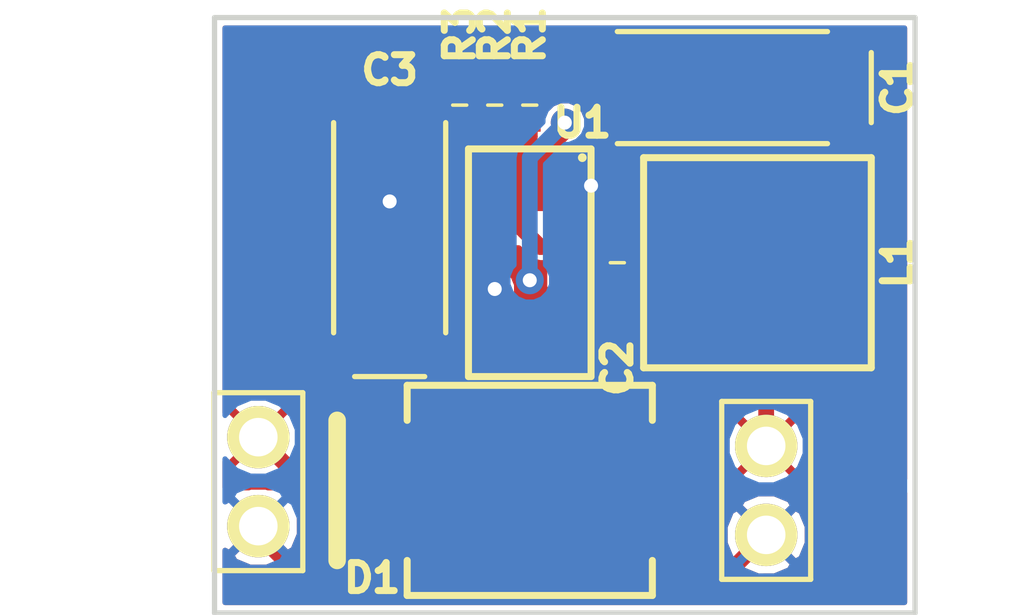
<source format=kicad_pcb>
(kicad_pcb (version 20170123) (host pcbnew no-vcs-found-ade263f~58~ubuntu16.04.1)

  (general
    (links 22)
    (no_connects 0)
    (area 155.724999 92.469047 185.275001 110.075001)
    (thickness 1.6)
    (drawings 4)
    (tracks 61)
    (zones 0)
    (modules 11)
    (nets 7)
  )

  (page A4)
  (layers
    (0 F.Cu signal)
    (31 B.Cu signal)
    (32 B.Adhes user)
    (33 F.Adhes user)
    (34 B.Paste user)
    (35 F.Paste user)
    (36 B.SilkS user)
    (37 F.SilkS user)
    (38 B.Mask user)
    (39 F.Mask user)
    (40 Dwgs.User user)
    (41 Cmts.User user)
    (42 Eco1.User user)
    (43 Eco2.User user)
    (44 Edge.Cuts user)
    (45 Margin user)
    (46 B.CrtYd user)
    (47 F.CrtYd user)
    (48 B.Fab user)
    (49 F.Fab user hide)
  )

  (setup
    (last_trace_width 0.45)
    (trace_clearance 0.15)
    (zone_clearance 0.15)
    (zone_45_only yes)
    (trace_min 0.15)
    (segment_width 0.2)
    (edge_width 0.15)
    (via_size 0.8)
    (via_drill 0.4)
    (via_min_size 0.4)
    (via_min_drill 0.3)
    (uvia_size 0.3)
    (uvia_drill 0.1)
    (uvias_allowed no)
    (uvia_min_size 0.2)
    (uvia_min_drill 0.1)
    (pcb_text_width 0.3)
    (pcb_text_size 1.5 1.5)
    (mod_edge_width 0.15)
    (mod_text_size 0.8 0.8)
    (mod_text_width 0.2)
    (pad_size 1.524 1.524)
    (pad_drill 0.762)
    (pad_to_mask_clearance 0.2)
    (aux_axis_origin 0 0)
    (visible_elements FFFFFFFF)
    (pcbplotparams
      (layerselection 0x00030_ffffffff)
      (usegerberextensions false)
      (excludeedgelayer true)
      (linewidth 0.100000)
      (plotframeref false)
      (viasonmask false)
      (mode 1)
      (useauxorigin false)
      (hpglpennumber 1)
      (hpglpenspeed 20)
      (hpglpendiameter 15)
      (psnegative false)
      (psa4output false)
      (plotreference true)
      (plotvalue true)
      (plotinvisibletext false)
      (padsonsilk false)
      (subtractmaskfromsilk false)
      (outputformat 1)
      (mirror false)
      (drillshape 1)
      (scaleselection 1)
      (outputdirectory ""))
  )

  (net 0 "")
  (net 1 GND)
  (net 2 "Net-(C2-Pad1)")
  (net 3 "Net-(C2-Pad2)")
  (net 4 "Net-(R2-Pad1)")
  (net 5 +BATT)
  (net 6 +5V)

  (net_class Default "This is the default net class."
    (clearance 0.15)
    (trace_width 0.45)
    (via_dia 0.8)
    (via_drill 0.4)
    (uvia_dia 0.3)
    (uvia_drill 0.1)
    (add_net +5V)
    (add_net +BATT)
    (add_net GND)
    (add_net "Net-(C2-Pad1)")
    (add_net "Net-(C2-Pad2)")
    (add_net "Net-(R2-Pad1)")
  )

  (module Pin_Header_2.54mm:PIN_HEADER-1x2_RA (layer F.Cu) (tedit 565EEFCB) (tstamp 5909E7D2)
    (at 177.75 106.5 270)
    (path /5905C93F)
    (fp_text reference BT1 (at 0 0 270) (layer F.Fab)
      (effects (font (size 0.8 0.8) (thickness 0.2)))
    )
    (fp_text value Battery (at 0 0 270) (layer F.SilkS) hide
      (effects (font (size 0.8 0.8) (thickness 0.2)))
    )
    (fp_line (start 0.97 -7) (end 1.27 -7.3) (layer F.Fab) (width 0.15))
    (fp_line (start 1.57 -7) (end 1.57 -1.3) (layer F.Fab) (width 0.15))
    (fp_line (start 1.27 -7.3) (end 1.57 -7) (layer F.Fab) (width 0.15))
    (fp_line (start 0.97 -1.3) (end 0.97 -7) (layer F.Fab) (width 0.15))
    (fp_line (start -1.57 -7) (end -1.27 -7.3) (layer F.Fab) (width 0.15))
    (fp_line (start -0.97 -7) (end -0.97 -1.3) (layer F.Fab) (width 0.15))
    (fp_line (start -1.27 -7.3) (end -0.97 -7) (layer F.Fab) (width 0.15))
    (fp_line (start -1.57 -1.3) (end -1.57 -7) (layer F.Fab) (width 0.15))
    (fp_line (start -2.54 -1.27) (end 2.54 -1.27) (layer F.SilkS) (width 0.15))
    (fp_line (start 2.54 -1.27) (end 2.54 1.27) (layer F.SilkS) (width 0.15))
    (fp_line (start 2.54 1.27) (end -2.54 1.27) (layer F.SilkS) (width 0.15))
    (fp_line (start -2.54 1.27) (end -2.54 -1.27) (layer F.SilkS) (width 0.15))
    (fp_line (start -2.54 -1.27) (end 2.54 -1.27) (layer F.Fab) (width 0.05))
    (fp_line (start 2.54 -1.27) (end 2.54 1.27) (layer F.Fab) (width 0.05))
    (fp_line (start 2.54 1.27) (end -2.54 1.27) (layer F.Fab) (width 0.05))
    (fp_line (start -2.54 1.27) (end -2.54 -1.27) (layer Dwgs.User) (width 0.05))
    (pad 1 thru_hole circle (at -1.27 0 270) (size 1.78 1.78) (drill 1.1) (layers *.Cu *.Mask F.SilkS)
      (net 5 +BATT))
    (pad 2 thru_hole circle (at 1.27 0 270) (size 1.78 1.78) (drill 1.1) (layers *.Cu *.Mask F.SilkS)
      (net 1 GND))
    (model Connectors/Generic/Pin_Header_2.54mm_01x02_Right_Angle.wrl
      (at (xyz 0 0 0))
      (scale (xyz 1 1 1))
      (rotate (xyz 0 0 0))
    )
  )

  (module SMD-TantalumB:C-6032 (layer F.Cu) (tedit 59064015) (tstamp 5909E7E3)
    (at 176.5 95 180)
    (path /5905C894)
    (fp_text reference C1 (at -5 0 -90) (layer F.SilkS)
      (effects (font (size 0.8 0.8) (thickness 0.2)))
    )
    (fp_text value 220uF (at 0 0 180) (layer F.Fab)
      (effects (font (size 0.8 0.8) (thickness 0.2)))
    )
    (fp_line (start -4.25 -1) (end -4.25 1) (layer F.SilkS) (width 0.15))
    (fp_line (start -3 1.6) (end 3 1.6) (layer F.SilkS) (width 0.15))
    (fp_line (start -3 -1.6) (end 3 -1.6) (layer F.SilkS) (width 0.15))
    (fp_line (start -3 -1.6) (end 3 -1.6) (layer F.Fab) (width 0.15))
    (fp_line (start 3 -1.6) (end 3 1.6) (layer F.Fab) (width 0.15))
    (fp_line (start 3 1.6) (end -3 1.6) (layer F.Fab) (width 0.15))
    (fp_line (start -3 1.6) (end -3 -1.6) (layer F.Fab) (width 0.15))
    (fp_line (start 3.9 -1.95) (end 3.9 1.95) (layer F.Fab) (width 0.15))
    (fp_line (start -3.9 -1.95) (end -3.9 1.95) (layer F.Fab) (width 0.15))
    (fp_line (start -3.9 -1.95) (end 3.9 -1.95) (layer F.Fab) (width 0.15))
    (fp_line (start -3.9 1.95) (end 3.9 1.95) (layer F.Fab) (width 0.15))
    (pad 1 smd rect (at -2.5 0 180) (size 2.3 2.25) (layers F.Cu F.Paste F.Mask)
      (net 5 +BATT))
    (pad 2 smd rect (at 2.5 0 180) (size 2.3 2.25) (layers F.Cu F.Paste F.Mask)
      (net 1 GND))
  )

  (module SMD-DiscreteB:C-0402-1005 (layer F.Cu) (tedit 59063A33) (tstamp 5909E7F6)
    (at 173.5 100 270)
    (path /5905C36B)
    (attr smd)
    (fp_text reference C2 (at 3 0 270) (layer F.SilkS)
      (effects (font (size 0.8 0.8) (thickness 0.2)))
    )
    (fp_text value 4p7F (at 0 0 270) (layer F.Fab)
      (effects (font (size 0.8 0.8) (thickness 0.2)))
    )
    (fp_line (start -0.95 -0.5) (end 0.95 -0.5) (layer F.CrtYd) (width 0.05))
    (fp_line (start 0.95 -0.5) (end 0.95 0.5) (layer F.CrtYd) (width 0.05))
    (fp_line (start 0.95 0.5) (end -0.95 0.5) (layer F.CrtYd) (width 0.05))
    (fp_line (start -0.95 0.5) (end -0.95 -0.5) (layer F.CrtYd) (width 0.05))
    (fp_line (start 0 -0.2) (end 0 0.2) (layer F.SilkS) (width 0.1))
    (fp_line (start -0.95 -0.5) (end 0.95 -0.5) (layer F.Fab) (width 0.05))
    (fp_line (start 0.95 -0.5) (end 0.95 0.5) (layer F.Fab) (width 0.05))
    (fp_line (start 0.95 0.5) (end -0.95 0.5) (layer F.Fab) (width 0.05))
    (fp_line (start -0.95 0.5) (end -0.95 -0.5) (layer F.Fab) (width 0.05))
    (fp_line (start -0.5 -0.25) (end 0.5 -0.25) (layer Dwgs.User) (width 0.05))
    (fp_line (start 0.5 -0.25) (end 0.5 0.25) (layer Dwgs.User) (width 0.05))
    (fp_line (start 0.5 0.25) (end -0.5 0.25) (layer Dwgs.User) (width 0.05))
    (fp_line (start -0.5 0.25) (end -0.5 -0.25) (layer Dwgs.User) (width 0.05))
    (pad 1 smd rect (at -0.45 0 270) (size 0.62 0.62) (layers F.Cu F.Paste F.Mask)
      (net 2 "Net-(C2-Pad1)") (solder_mask_margin 0.05))
    (pad 2 smd rect (at 0.45 0 270) (size 0.62 0.62) (layers F.Cu F.Paste F.Mask)
      (net 3 "Net-(C2-Pad2)") (solder_mask_margin 0.05))
    (model Discretes/SMD/Cap/C-0402-1005.wrl
      (at (xyz 0 0 0))
      (scale (xyz 1 1 1))
      (rotate (xyz 0 0 0))
    )
  )

  (module SMD-TantalumB:C-6032 (layer F.Cu) (tedit 59063E9B) (tstamp 5909E807)
    (at 167 99 90)
    (path /5905D5E9)
    (fp_text reference C3 (at 4.5 0 180) (layer F.SilkS)
      (effects (font (size 0.8 0.8) (thickness 0.2)))
    )
    (fp_text value 100uF (at 0 0 90) (layer F.Fab)
      (effects (font (size 0.8 0.8) (thickness 0.2)))
    )
    (fp_line (start -3.9 1.95) (end 3.9 1.95) (layer F.Fab) (width 0.15))
    (fp_line (start -3.9 -1.95) (end 3.9 -1.95) (layer F.Fab) (width 0.15))
    (fp_line (start -3.9 -1.95) (end -3.9 1.95) (layer F.Fab) (width 0.15))
    (fp_line (start 3.9 -1.95) (end 3.9 1.95) (layer F.Fab) (width 0.15))
    (fp_line (start -3 1.6) (end -3 -1.6) (layer F.Fab) (width 0.15))
    (fp_line (start 3 1.6) (end -3 1.6) (layer F.Fab) (width 0.15))
    (fp_line (start 3 -1.6) (end 3 1.6) (layer F.Fab) (width 0.15))
    (fp_line (start -3 -1.6) (end 3 -1.6) (layer F.Fab) (width 0.15))
    (fp_line (start -3 -1.6) (end 3 -1.6) (layer F.SilkS) (width 0.15))
    (fp_line (start -3 1.6) (end 3 1.6) (layer F.SilkS) (width 0.15))
    (fp_line (start -4.25 -1) (end -4.25 1) (layer F.SilkS) (width 0.15))
    (pad 2 smd rect (at 2.5 0 90) (size 2.3 2.25) (layers F.Cu F.Paste F.Mask)
      (net 1 GND))
    (pad 1 smd rect (at -2.5 0 90) (size 2.3 2.25) (layers F.Cu F.Paste F.Mask)
      (net 6 +5V))
  )

  (module SMD-DiscreteB:D-SMC (layer F.Cu) (tedit 59063E44) (tstamp 5909E81D)
    (at 171 106.5)
    (path /5905CB1B)
    (attr smd)
    (fp_text reference D1 (at -4.5 2.5 180) (layer F.SilkS)
      (effects (font (size 0.8 0.8) (thickness 0.2)))
    )
    (fp_text value 3A (at 0 0) (layer F.Fab)
      (effects (font (size 0.8 0.8) (thickness 0.2)))
    )
    (fp_line (start 3.5 -3) (end -3.5 -3) (layer Dwgs.User) (width 0.05))
    (fp_line (start 3.5 3) (end 3.5 -3) (layer Dwgs.User) (width 0.05))
    (fp_line (start -3.5 3) (end 3.5 3) (layer Dwgs.User) (width 0.05))
    (fp_line (start -3.5 -3) (end -3.5 3) (layer Dwgs.User) (width 0.05))
    (fp_line (start -2 -3) (end -2 3) (layer Dwgs.User) (width 0.05))
    (fp_line (start 3.5 -3) (end 3.5 -2) (layer F.SilkS) (width 0.2))
    (fp_line (start -3.5 -3) (end 3.5 -3) (layer F.SilkS) (width 0.2))
    (fp_line (start -3.5 -3) (end -3.5 -2) (layer F.SilkS) (width 0.2))
    (fp_line (start 3.5 3) (end 3.5 2) (layer F.SilkS) (width 0.2))
    (fp_line (start -3.5 3) (end 3.5 3) (layer F.SilkS) (width 0.2))
    (fp_line (start -3.5 2) (end -3.5 3) (layer F.SilkS) (width 0.2))
    (fp_line (start -3.5 3) (end -3.5 -3) (layer F.Fab) (width 0.05))
    (fp_line (start 3.5 3) (end -3.5 3) (layer F.Fab) (width 0.05))
    (fp_line (start 3.5 -3) (end 3.5 3) (layer F.Fab) (width 0.05))
    (fp_line (start -3.5 -3) (end 3.5 -3) (layer F.Fab) (width 0.05))
    (fp_line (start -5.5 -2) (end -5.5 2) (layer F.SilkS) (width 0.5))
    (pad 2 smd rect (at 3.45 0) (size 2.5 3.3) (layers F.Cu F.Paste F.Mask)
      (net 3 "Net-(C2-Pad2)"))
    (pad 1 smd rect (at -3.45 0) (size 2.5 3.3) (layers F.Cu F.Paste F.Mask)
      (net 6 +5V))
  )

  (module Pin_Header_2.54mm:PIN_HEADER-1x2_RA (layer F.Cu) (tedit 565EEFCB) (tstamp 5909E833)
    (at 163.25 106.25 90)
    (path /5905DC44)
    (fp_text reference J1 (at 0 0 90) (layer F.Fab)
      (effects (font (size 0.8 0.8) (thickness 0.2)))
    )
    (fp_text value 5V_OUT (at 0 0 90) (layer F.SilkS) hide
      (effects (font (size 0.8 0.8) (thickness 0.2)))
    )
    (fp_line (start -2.54 1.27) (end -2.54 -1.27) (layer Dwgs.User) (width 0.05))
    (fp_line (start 2.54 1.27) (end -2.54 1.27) (layer F.Fab) (width 0.05))
    (fp_line (start 2.54 -1.27) (end 2.54 1.27) (layer F.Fab) (width 0.05))
    (fp_line (start -2.54 -1.27) (end 2.54 -1.27) (layer F.Fab) (width 0.05))
    (fp_line (start -2.54 1.27) (end -2.54 -1.27) (layer F.SilkS) (width 0.15))
    (fp_line (start 2.54 1.27) (end -2.54 1.27) (layer F.SilkS) (width 0.15))
    (fp_line (start 2.54 -1.27) (end 2.54 1.27) (layer F.SilkS) (width 0.15))
    (fp_line (start -2.54 -1.27) (end 2.54 -1.27) (layer F.SilkS) (width 0.15))
    (fp_line (start -1.57 -1.3) (end -1.57 -7) (layer F.Fab) (width 0.15))
    (fp_line (start -1.27 -7.3) (end -0.97 -7) (layer F.Fab) (width 0.15))
    (fp_line (start -0.97 -7) (end -0.97 -1.3) (layer F.Fab) (width 0.15))
    (fp_line (start -1.57 -7) (end -1.27 -7.3) (layer F.Fab) (width 0.15))
    (fp_line (start 0.97 -1.3) (end 0.97 -7) (layer F.Fab) (width 0.15))
    (fp_line (start 1.27 -7.3) (end 1.57 -7) (layer F.Fab) (width 0.15))
    (fp_line (start 1.57 -7) (end 1.57 -1.3) (layer F.Fab) (width 0.15))
    (fp_line (start 0.97 -7) (end 1.27 -7.3) (layer F.Fab) (width 0.15))
    (pad 2 thru_hole circle (at 1.27 0 90) (size 1.78 1.78) (drill 1.1) (layers *.Cu *.Mask F.SilkS)
      (net 6 +5V))
    (pad 1 thru_hole circle (at -1.27 0 90) (size 1.78 1.78) (drill 1.1) (layers *.Cu *.Mask F.SilkS)
      (net 1 GND))
    (model Connectors/Generic/Pin_Header_2.54mm_01x02_Right_Angle.wrl
      (at (xyz 0 0 0))
      (scale (xyz 1 1 1))
      (rotate (xyz 0 0 0))
    )
  )

  (module SMD-DiscreteB:L-5mm6x5mm2 (layer F.Cu) (tedit 5906397F) (tstamp 5909E841)
    (at 177.5 100)
    (path /5905C6C1)
    (fp_text reference L1 (at 4 0 90) (layer F.SilkS)
      (effects (font (size 0.8 0.8) (thickness 0.2)))
    )
    (fp_text value 4u7H (at 0 0) (layer F.Fab)
      (effects (font (size 0.8 0.8) (thickness 0.2)))
    )
    (fp_line (start -2.8 2.6) (end -2.8 -2.6) (layer Dwgs.User) (width 0.05))
    (fp_line (start 2.8 2.6) (end -2.8 2.6) (layer Dwgs.User) (width 0.05))
    (fp_line (start 2.8 -2.6) (end 2.8 2.6) (layer Dwgs.User) (width 0.05))
    (fp_line (start -2.8 -2.6) (end 2.8 -2.6) (layer Dwgs.User) (width 0.05))
    (fp_line (start 3.25 -3) (end -3.25 -3) (layer F.SilkS) (width 0.2))
    (fp_line (start 3.25 3) (end 3.25 -3) (layer F.SilkS) (width 0.2))
    (fp_line (start -3.25 3) (end 3.25 3) (layer F.SilkS) (width 0.2))
    (fp_line (start -3.25 -3) (end -3.25 3) (layer F.SilkS) (width 0.2))
    (pad 2 smd rect (at 2.05 0) (size 1.9 2.5) (layers F.Cu F.Paste F.Mask)
      (net 5 +BATT))
    (pad 1 smd rect (at -2.05 0) (size 1.9 2.5) (layers F.Cu F.Paste F.Mask)
      (net 3 "Net-(C2-Pad2)"))
  )

  (module SMD-DiscreteB:R-0402-1005 (layer F.Cu) (tedit 59064005) (tstamp 5909E850)
    (at 171 95.5 90)
    (path /5905D841)
    (attr smd)
    (fp_text reference R1 (at 2 0 90) (layer F.SilkS)
      (effects (font (size 0.8 0.8) (thickness 0.2)))
    )
    (fp_text value 150k (at 0 0 90) (layer F.Fab)
      (effects (font (size 0.8 0.8) (thickness 0.2)))
    )
    (fp_line (start -0.5 0.25) (end -0.5 -0.25) (layer Dwgs.User) (width 0.05))
    (fp_line (start 0.5 0.25) (end -0.5 0.25) (layer Dwgs.User) (width 0.05))
    (fp_line (start 0.5 -0.25) (end 0.5 0.25) (layer Dwgs.User) (width 0.05))
    (fp_line (start -0.5 -0.25) (end 0.5 -0.25) (layer Dwgs.User) (width 0.05))
    (fp_line (start -0.95 0.5) (end -0.95 -0.5) (layer F.Fab) (width 0.05))
    (fp_line (start 0.95 0.5) (end -0.95 0.5) (layer F.Fab) (width 0.05))
    (fp_line (start 0.95 -0.5) (end 0.95 0.5) (layer F.Fab) (width 0.05))
    (fp_line (start -0.95 -0.5) (end 0.95 -0.5) (layer F.Fab) (width 0.05))
    (fp_line (start 0 -0.2) (end 0 0.2) (layer F.SilkS) (width 0.1))
    (pad 2 smd rect (at 0.45 0 90) (size 0.62 0.62) (layers F.Cu F.Paste F.Mask)
      (net 5 +BATT) (solder_mask_margin 0.05))
    (pad 1 smd rect (at -0.45 0 90) (size 0.62 0.62) (layers F.Cu F.Paste F.Mask)
      (net 2 "Net-(C2-Pad1)") (solder_mask_margin 0.05))
    (model Discretes/SMD/Resistors/r_0402_h040.wrl
      (at (xyz 0 0 0))
      (scale (xyz 1 1 1))
      (rotate (xyz 0 0 0))
    )
  )

  (module SMD-DiscreteB:R-0402-1005 (layer F.Cu) (tedit 59064003) (tstamp 5909E85F)
    (at 170 95.5 90)
    (path /5905D969)
    (attr smd)
    (fp_text reference R2 (at 2 0 90) (layer F.SilkS)
      (effects (font (size 0.8 0.8) (thickness 0.2)))
    )
    (fp_text value 300k (at 0 0 90) (layer F.Fab)
      (effects (font (size 0.8 0.8) (thickness 0.2)))
    )
    (fp_line (start 0 -0.2) (end 0 0.2) (layer F.SilkS) (width 0.1))
    (fp_line (start -0.95 -0.5) (end 0.95 -0.5) (layer F.Fab) (width 0.05))
    (fp_line (start 0.95 -0.5) (end 0.95 0.5) (layer F.Fab) (width 0.05))
    (fp_line (start 0.95 0.5) (end -0.95 0.5) (layer F.Fab) (width 0.05))
    (fp_line (start -0.95 0.5) (end -0.95 -0.5) (layer F.Fab) (width 0.05))
    (fp_line (start -0.5 -0.25) (end 0.5 -0.25) (layer Dwgs.User) (width 0.05))
    (fp_line (start 0.5 -0.25) (end 0.5 0.25) (layer Dwgs.User) (width 0.05))
    (fp_line (start 0.5 0.25) (end -0.5 0.25) (layer Dwgs.User) (width 0.05))
    (fp_line (start -0.5 0.25) (end -0.5 -0.25) (layer Dwgs.User) (width 0.05))
    (pad 1 smd rect (at -0.45 0 90) (size 0.62 0.62) (layers F.Cu F.Paste F.Mask)
      (net 4 "Net-(R2-Pad1)") (solder_mask_margin 0.05))
    (pad 2 smd rect (at 0.45 0 90) (size 0.62 0.62) (layers F.Cu F.Paste F.Mask)
      (net 6 +5V) (solder_mask_margin 0.05))
    (model Discretes/SMD/Resistors/r_0402_h040.wrl
      (at (xyz 0 0 0))
      (scale (xyz 1 1 1))
      (rotate (xyz 0 0 0))
    )
  )

  (module SMD-DiscreteB:R-0402-1005 (layer F.Cu) (tedit 59064000) (tstamp 5909E86E)
    (at 169 95.5 270)
    (path /5905CE13)
    (attr smd)
    (fp_text reference R3 (at -2 0 270) (layer F.SilkS)
      (effects (font (size 0.8 0.8) (thickness 0.2)))
    )
    (fp_text value 100k (at 0 0 270) (layer F.Fab)
      (effects (font (size 0.8 0.8) (thickness 0.2)))
    )
    (fp_line (start 0 -0.2) (end 0 0.2) (layer F.SilkS) (width 0.1))
    (fp_line (start -0.95 -0.5) (end 0.95 -0.5) (layer F.Fab) (width 0.05))
    (fp_line (start 0.95 -0.5) (end 0.95 0.5) (layer F.Fab) (width 0.05))
    (fp_line (start 0.95 0.5) (end -0.95 0.5) (layer F.Fab) (width 0.05))
    (fp_line (start -0.95 0.5) (end -0.95 -0.5) (layer F.Fab) (width 0.05))
    (fp_line (start -0.5 -0.25) (end 0.5 -0.25) (layer Dwgs.User) (width 0.05))
    (fp_line (start 0.5 -0.25) (end 0.5 0.25) (layer Dwgs.User) (width 0.05))
    (fp_line (start 0.5 0.25) (end -0.5 0.25) (layer Dwgs.User) (width 0.05))
    (fp_line (start -0.5 0.25) (end -0.5 -0.25) (layer Dwgs.User) (width 0.05))
    (pad 1 smd rect (at -0.45 0 270) (size 0.62 0.62) (layers F.Cu F.Paste F.Mask)
      (net 1 GND) (solder_mask_margin 0.05))
    (pad 2 smd rect (at 0.45 0 270) (size 0.62 0.62) (layers F.Cu F.Paste F.Mask)
      (net 4 "Net-(R2-Pad1)") (solder_mask_margin 0.05))
    (model Discretes/SMD/Resistors/r_0402_h040.wrl
      (at (xyz 0 0 0))
      (scale (xyz 1 1 1))
      (rotate (xyz 0 0 0))
    )
  )

  (module SMD-SOP:S-PDSO-G8 (layer F.Cu) (tedit 59064011) (tstamp 5909E888)
    (at 171 100 180)
    (path /5905C225)
    (fp_text reference U1 (at -1.5 4 180) (layer F.SilkS)
      (effects (font (size 0.8 0.8) (thickness 0.2)))
    )
    (fp_text value LM2623 (at 0 0 180) (layer F.Fab)
      (effects (font (size 0.8 0.8) (thickness 0.2)))
    )
    (fp_line (start -1.5 1.5) (end -1.5 -1.5) (layer Dwgs.User) (width 0.05))
    (fp_line (start 1.5 1.5) (end -1.5 1.5) (layer Dwgs.User) (width 0.05))
    (fp_line (start 1.5 -1.5) (end 1.5 1.5) (layer Dwgs.User) (width 0.05))
    (fp_line (start -1.5 -1.5) (end 1.5 -1.5) (layer Dwgs.User) (width 0.05))
    (fp_line (start -1.5 1) (end -1.5 -1.5) (layer F.Fab) (width 0.05))
    (fp_line (start -1 1.5) (end -1.5 1) (layer F.Fab) (width 0.05))
    (fp_line (start 1.5 1.5) (end -1 1.5) (layer F.Fab) (width 0.05))
    (fp_line (start 1.5 -1.5) (end 1.5 1.5) (layer F.Fab) (width 0.05))
    (fp_line (start -1.5 -1.5) (end 1.5 -1.5) (layer F.Fab) (width 0.05))
    (fp_line (start -1.75 3.25) (end 1.75 3.25) (layer F.SilkS) (width 0.2))
    (fp_line (start -1.75 -3.25) (end -1.75 3.25) (layer F.SilkS) (width 0.2))
    (fp_line (start 1.75 -3.25) (end -1.75 -3.25) (layer F.SilkS) (width 0.2))
    (fp_line (start 1.75 3.25) (end 1.75 -3.25) (layer F.SilkS) (width 0.2))
    (pad "" smd circle (at -1.5 3 180) (size 0.25 0.25) (layers F.SilkS))
    (pad 8 smd rect (at -0.975 -2.2 180) (size 0.45 1.45) (layers F.Cu F.Paste F.Mask)
      (net 3 "Net-(C2-Pad2)") (solder_mask_margin 0.05))
    (pad 7 smd rect (at -0.325 -2.2 180) (size 0.45 1.45) (layers F.Cu F.Paste F.Mask)
      (net 6 +5V) (solder_mask_margin 0.05))
    (pad 6 smd rect (at 0.325 -2.2 180) (size 0.45 1.45) (layers F.Cu F.Paste F.Mask)
      (net 6 +5V) (solder_mask_margin 0.05))
    (pad 5 smd rect (at 0.975 -2.2 180) (size 0.45 1.45) (layers F.Cu F.Paste F.Mask)
      (net 1 GND) (solder_mask_margin 0.05))
    (pad 4 smd rect (at 0.975 2.2 180) (size 0.45 1.45) (layers F.Cu F.Paste F.Mask)
      (net 4 "Net-(R2-Pad1)") (solder_mask_margin 0.05))
    (pad 3 smd rect (at 0.325 2.2 180) (size 0.45 1.45) (layers F.Cu F.Paste F.Mask)
      (net 2 "Net-(C2-Pad1)") (solder_mask_margin 0.05))
    (pad 2 smd rect (at -0.325 2.2 180) (size 0.45 1.45) (layers F.Cu F.Paste F.Mask)
      (net 6 +5V) (solder_mask_margin 0.05))
    (pad 1 smd rect (at -0.975 2.2 180) (size 0.45 1.45) (layers F.Cu F.Paste F.Mask)
      (net 1 GND) (solder_mask_margin 0.05))
  )

  (gr_line (start 162 93) (end 162 110) (angle 90) (layer Edge.Cuts) (width 0.15))
  (gr_line (start 182 93) (end 162 93) (angle 90) (layer Edge.Cuts) (width 0.15))
  (gr_line (start 182 110) (end 182 93) (angle 90) (layer Edge.Cuts) (width 0.15))
  (gr_line (start 162 110) (end 182 110) (angle 90) (layer Edge.Cuts) (width 0.15))

  (segment (start 170.025 102.2) (end 170.025 100.775) (width 0.45) (layer F.Cu) (net 1) (status 400000))
  (via (at 170 100.75) (size 0.8) (drill 0.4) (layers F.Cu B.Cu) (net 1))
  (segment (start 170.025 100.775) (end 170 100.75) (width 0.45) (layer F.Cu) (net 1) (tstamp 59064B89))
  (via (at 172.75 97.8) (size 0.8) (drill 0.4) (layers F.Cu B.Cu) (net 1))
  (segment (start 167 96.5) (end 167 98.25) (width 0.45) (layer F.Cu) (net 1) (status 400000))
  (via (at 167 98.25) (size 0.8) (drill 0.4) (layers F.Cu B.Cu) (net 1))
  (segment (start 163.25 107.52) (end 163.25 107.75) (width 0.45) (layer F.Cu) (net 1) (status C00000))
  (segment (start 163.25 107.75) (end 164.5 109) (width 0.45) (layer F.Cu) (net 1) (tstamp 59064B50) (status 400000))
  (segment (start 164.5 109) (end 176.52 109) (width 0.45) (layer F.Cu) (net 1) (tstamp 59064B51))
  (segment (start 176.52 109) (end 177.75 107.77) (width 0.45) (layer F.Cu) (net 1) (tstamp 59064B52) (status 800000))
  (segment (start 171.975 97.8) (end 172.75 97.8) (width 0.45) (layer F.Cu) (net 1) (status 400000))
  (segment (start 172.75 97.8) (end 173.45 97.8) (width 0.45) (layer F.Cu) (net 1) (tstamp 59064B81))
  (segment (start 174 97.25) (end 174 95) (width 0.45) (layer F.Cu) (net 1) (tstamp 59064B46) (status 800000))
  (segment (start 173.45 97.8) (end 174 97.25) (width 0.45) (layer F.Cu) (net 1) (tstamp 59064B45))
  (segment (start 169 95.05) (end 168.45 95.05) (width 0.45) (layer F.Cu) (net 1) (status 400000))
  (segment (start 168.45 95.05) (end 167 96.5) (width 0.45) (layer F.Cu) (net 1) (tstamp 59064B42) (status 800000))
  (segment (start 170.675 97.8) (end 170.675 96.72647) (width 0.45) (layer F.Cu) (net 2) (status 400000))
  (segment (start 171 96.40147) (end 171 95.95) (width 0.45) (layer F.Cu) (net 2) (tstamp 59064B78) (status 800000))
  (segment (start 170.675 96.72647) (end 171 96.40147) (width 0.45) (layer F.Cu) (net 2) (tstamp 59064B77))
  (segment (start 170.675 97.8) (end 170.675 98.925) (width 0.45) (layer F.Cu) (net 2) (status 400000))
  (segment (start 171.3 99.55) (end 173.5 99.55) (width 0.45) (layer F.Cu) (net 2) (tstamp 59064B59) (status 800000))
  (segment (start 170.675 98.925) (end 171.3 99.55) (width 0.45) (layer F.Cu) (net 2) (tstamp 59064B58))
  (segment (start 171.975 102.2) (end 171.975 101.025) (width 0.45) (layer F.Cu) (net 3) (status 400000))
  (segment (start 172.55 100.45) (end 173.5 100.45) (width 0.45) (layer F.Cu) (net 3) (tstamp 59064B60) (status 800000))
  (segment (start 171.975 101.025) (end 172.55 100.45) (width 0.45) (layer F.Cu) (net 3) (tstamp 59064B5F))
  (segment (start 173.5 100.45) (end 175 100.45) (width 0.45) (layer F.Cu) (net 3) (status C00000))
  (segment (start 175 100.45) (end 175.45 100) (width 0.45) (layer F.Cu) (net 3) (tstamp 59064B5C) (status C00000))
  (segment (start 171.975 102.2) (end 171.975 103.475) (width 0.45) (layer F.Cu) (net 3))
  (segment (start 171.975 103.475) (end 174.45 105.95) (width 0.45) (layer F.Cu) (net 3) (tstamp 590BCB09))
  (segment (start 174.45 105.95) (end 174.45 106.5) (width 0.45) (layer F.Cu) (net 3) (tstamp 590BCB0A))
  (segment (start 170.025 97.8) (end 170.025 95.975) (width 0.45) (layer F.Cu) (net 4) (status C00000))
  (segment (start 170.025 95.975) (end 170 95.95) (width 0.45) (layer F.Cu) (net 4) (tstamp 59064B69) (status C00000))
  (segment (start 169 95.95) (end 170 95.95) (width 0.45) (layer F.Cu) (net 4) (status C00000))
  (segment (start 177.75 105.23) (end 177.75 102) (width 0.45) (layer F.Cu) (net 5) (status 400000))
  (segment (start 177.75 102) (end 179.55 100.2) (width 0.45) (layer F.Cu) (net 5) (tstamp 59064B4C) (status 800000))
  (segment (start 179.55 100.2) (end 179.55 100) (width 0.45) (layer F.Cu) (net 5) (tstamp 59064B4D) (status C00000))
  (segment (start 179.55 100) (end 179.55 95.55) (width 0.45) (layer F.Cu) (net 5) (status C00000))
  (segment (start 179.55 95.55) (end 179 95) (width 0.45) (layer F.Cu) (net 5) (tstamp 59064B49) (status C00000))
  (segment (start 171.325 97.8) (end 171.325 96.925) (width 0.45) (layer F.Cu) (net 6) (status 400000))
  (segment (start 171.325 100.825) (end 171.325 102.2) (width 0.45) (layer F.Cu) (net 6) (tstamp 59064BAC) (status 800000))
  (segment (start 171 100.5) (end 171.325 100.825) (width 0.45) (layer F.Cu) (net 6) (tstamp 59064BAB))
  (via (at 171 100.5) (size 0.8) (drill 0.4) (layers F.Cu B.Cu) (net 6))
  (segment (start 171 97) (end 171 100.5) (width 0.45) (layer B.Cu) (net 6) (tstamp 59064BA9))
  (segment (start 172 96) (end 171 97) (width 0.45) (layer B.Cu) (net 6) (tstamp 59064BA8))
  (via (at 172 96) (size 0.8) (drill 0.4) (layers F.Cu B.Cu) (net 6))
  (segment (start 172 96.25) (end 172 96) (width 0.45) (layer F.Cu) (net 6) (tstamp 59064BA6))
  (segment (start 171.325 96.925) (end 172 96.25) (width 0.45) (layer F.Cu) (net 6) (tstamp 59064BA5))
  (segment (start 167 101.5) (end 165 99.5) (width 0.45) (layer F.Cu) (net 6) (status 400000))
  (segment (start 170 94.5) (end 170 95.05) (width 0.45) (layer F.Cu) (net 6) (tstamp 59064B98) (status 800000))
  (segment (start 169.5 94) (end 170 94.5) (width 0.45) (layer F.Cu) (net 6) (tstamp 59064B97))
  (segment (start 166 94) (end 169.5 94) (width 0.45) (layer F.Cu) (net 6) (tstamp 59064B96))
  (segment (start 165 95) (end 166 94) (width 0.45) (layer F.Cu) (net 6) (tstamp 59064B95))
  (segment (start 165 99.5) (end 165 95) (width 0.45) (layer F.Cu) (net 6) (tstamp 59064B91))
  (segment (start 167.55 106.5) (end 164.77 106.5) (width 0.45) (layer F.Cu) (net 6) (status 400000))
  (segment (start 164.77 106.5) (end 163.25 104.98) (width 0.45) (layer F.Cu) (net 6) (tstamp 59064B55) (status 800000))
  (segment (start 171.325 102.2) (end 170.675 102.2) (width 0.45) (layer F.Cu) (net 6))
  (segment (start 167.55 106.5) (end 167.55 102.05) (width 0.45) (layer F.Cu) (net 6))
  (segment (start 167.55 102.05) (end 167 101.5) (width 0.45) (layer F.Cu) (net 6) (tstamp 590BCB12))
  (segment (start 170.675 102.2) (end 170.675 103.325) (width 0.45) (layer F.Cu) (net 6))
  (segment (start 170.675 103.325) (end 167.55 106.45) (width 0.45) (layer F.Cu) (net 6) (tstamp 590BCB0E))
  (segment (start 167.55 106.45) (end 167.55 106.5) (width 0.45) (layer F.Cu) (net 6) (tstamp 590BCB0F))

  (zone (net 1) (net_name GND) (layer B.Cu) (tstamp 59064B8E) (hatch edge 0.508)
    (connect_pads (clearance 0.15))
    (min_thickness 0.15)
    (fill yes (arc_segments 16) (thermal_gap 0.21) (thermal_bridge_width 0.25))
    (polygon
      (pts
        (xy 162 93) (xy 182 93) (xy 182 110) (xy 162 110)
      )
    )
    (filled_polygon
      (pts
        (xy 181.7 109.7) (xy 162.3 109.7) (xy 162.3 108.351317) (xy 162.489394 108.351317) (xy 162.586886 108.517764)
        (xy 163.01919 108.695576) (xy 163.486633 108.694418) (xy 163.711398 108.601317) (xy 176.989394 108.601317) (xy 177.086886 108.767764)
        (xy 177.51919 108.945576) (xy 177.986633 108.944418) (xy 178.413114 108.767764) (xy 178.510606 108.601317) (xy 177.75 107.840711)
        (xy 176.989394 108.601317) (xy 163.711398 108.601317) (xy 163.913114 108.517764) (xy 164.010606 108.351317) (xy 163.25 107.590711)
        (xy 162.489394 108.351317) (xy 162.3 108.351317) (xy 162.3 108.211091) (xy 162.418683 108.280606) (xy 163.179289 107.52)
        (xy 163.320711 107.52) (xy 164.081317 108.280606) (xy 164.247764 108.183114) (xy 164.425576 107.75081) (xy 164.425052 107.53919)
        (xy 176.574424 107.53919) (xy 176.575582 108.006633) (xy 176.752236 108.433114) (xy 176.918683 108.530606) (xy 177.679289 107.77)
        (xy 177.820711 107.77) (xy 178.581317 108.530606) (xy 178.747764 108.433114) (xy 178.925576 108.00081) (xy 178.924418 107.533367)
        (xy 178.747764 107.106886) (xy 178.581317 107.009394) (xy 177.820711 107.77) (xy 177.679289 107.77) (xy 176.918683 107.009394)
        (xy 176.752236 107.106886) (xy 176.574424 107.53919) (xy 164.425052 107.53919) (xy 164.424418 107.283367) (xy 164.281646 106.938683)
        (xy 176.989394 106.938683) (xy 177.75 107.699289) (xy 178.510606 106.938683) (xy 178.413114 106.772236) (xy 177.98081 106.594424)
        (xy 177.513367 106.595582) (xy 177.086886 106.772236) (xy 176.989394 106.938683) (xy 164.281646 106.938683) (xy 164.247764 106.856886)
        (xy 164.081317 106.759394) (xy 163.320711 107.52) (xy 163.179289 107.52) (xy 162.418683 106.759394) (xy 162.3 106.828909)
        (xy 162.3 106.688683) (xy 162.489394 106.688683) (xy 163.25 107.449289) (xy 164.010606 106.688683) (xy 163.913114 106.522236)
        (xy 163.48081 106.344424) (xy 163.013367 106.345582) (xy 162.586886 106.522236) (xy 162.489394 106.688683) (xy 162.3 106.688683)
        (xy 162.3 105.600612) (xy 162.304198 105.610772) (xy 162.617579 105.9247) (xy 163.02724 106.094806) (xy 163.470814 106.095193)
        (xy 163.880772 105.925802) (xy 164.1947 105.612421) (xy 164.261805 105.450814) (xy 176.634807 105.450814) (xy 176.804198 105.860772)
        (xy 177.117579 106.1747) (xy 177.52724 106.344806) (xy 177.970814 106.345193) (xy 178.380772 106.175802) (xy 178.6947 105.862421)
        (xy 178.864806 105.45276) (xy 178.865193 105.009186) (xy 178.695802 104.599228) (xy 178.382421 104.2853) (xy 177.97276 104.115194)
        (xy 177.529186 104.114807) (xy 177.119228 104.284198) (xy 176.8053 104.597579) (xy 176.635194 105.00724) (xy 176.634807 105.450814)
        (xy 164.261805 105.450814) (xy 164.364806 105.20276) (xy 164.365193 104.759186) (xy 164.195802 104.349228) (xy 163.882421 104.0353)
        (xy 163.47276 103.865194) (xy 163.029186 103.864807) (xy 162.619228 104.034198) (xy 162.3053 104.347579) (xy 162.3 104.360343)
        (xy 162.3 100.623775) (xy 170.374892 100.623775) (xy 170.469842 100.853571) (xy 170.645504 101.02954) (xy 170.875134 101.124891)
        (xy 171.123775 101.125108) (xy 171.353571 101.030158) (xy 171.52954 100.854496) (xy 171.624891 100.624866) (xy 171.625108 100.376225)
        (xy 171.530158 100.146429) (xy 171.45 100.066131) (xy 171.45 97.186396) (xy 172.011386 96.62501) (xy 172.123775 96.625108)
        (xy 172.353571 96.530158) (xy 172.52954 96.354496) (xy 172.624891 96.124866) (xy 172.625108 95.876225) (xy 172.530158 95.646429)
        (xy 172.354496 95.47046) (xy 172.124866 95.375109) (xy 171.876225 95.374892) (xy 171.646429 95.469842) (xy 171.47046 95.645504)
        (xy 171.375109 95.875134) (xy 171.37501 95.988594) (xy 170.681802 96.681802) (xy 170.584254 96.827792) (xy 170.55 97)
        (xy 170.55 100.066103) (xy 170.47046 100.145504) (xy 170.375109 100.375134) (xy 170.374892 100.623775) (xy 162.3 100.623775)
        (xy 162.3 93.3) (xy 181.7 93.3)
      )
    )
  )
  (zone (net 6) (net_name +5V) (layer F.Cu) (tstamp 59064BB3) (hatch edge 0.508)
    (connect_pads (clearance 0.15))
    (min_thickness 0.15)
    (fill yes (arc_segments 16) (thermal_gap 0.21) (thermal_bridge_width 0.25))
    (polygon
      (pts
        (xy 166 108.5) (xy 171.5 108.5) (xy 171.5 99.5) (xy 170.5 99.5) (xy 170.5 93)
        (xy 162 93) (xy 162 106.5) (xy 164 106.5)
      )
    )
    (filled_polygon
      (pts
        (xy 170.425 94.479153) (xy 170.36669 94.455) (xy 170.12125 94.455) (xy 170.05 94.52625) (xy 170.05 95)
        (xy 170.07 95) (xy 170.07 95.1) (xy 170.05 95.1) (xy 170.05 95.12) (xy 169.95 95.12)
        (xy 169.95 95.1) (xy 169.93 95.1) (xy 169.93 95) (xy 169.95 95) (xy 169.95 94.52625)
        (xy 169.87875 94.455) (xy 169.63331 94.455) (xy 169.52856 94.498389) (xy 169.458398 94.568551) (xy 169.397791 94.528055)
        (xy 169.31 94.510592) (xy 168.69 94.510592) (xy 168.602209 94.528055) (xy 168.527784 94.577784) (xy 168.51294 94.6)
        (xy 168.45 94.6) (xy 168.277792 94.634254) (xy 168.250921 94.652209) (xy 168.131802 94.731802) (xy 167.743012 95.120592)
        (xy 165.875 95.120592) (xy 165.787209 95.138055) (xy 165.712784 95.187784) (xy 165.663055 95.262209) (xy 165.645592 95.35)
        (xy 165.645592 97.65) (xy 165.663055 97.737791) (xy 165.712784 97.812216) (xy 165.787209 97.861945) (xy 165.875 97.879408)
        (xy 166.486584 97.879408) (xy 166.47046 97.895504) (xy 166.375109 98.125134) (xy 166.374892 98.373775) (xy 166.469842 98.603571)
        (xy 166.645504 98.77954) (xy 166.875134 98.874891) (xy 167.123775 98.875108) (xy 167.353571 98.780158) (xy 167.52954 98.604496)
        (xy 167.624891 98.374866) (xy 167.625108 98.126225) (xy 167.530158 97.896429) (xy 167.513167 97.879408) (xy 168.125 97.879408)
        (xy 168.212791 97.861945) (xy 168.287216 97.812216) (xy 168.336945 97.737791) (xy 168.354408 97.65) (xy 168.354408 95.781988)
        (xy 168.460592 95.675804) (xy 168.460592 96.26) (xy 168.478055 96.347791) (xy 168.527784 96.422216) (xy 168.602209 96.471945)
        (xy 168.69 96.489408) (xy 169.31 96.489408) (xy 169.397791 96.471945) (xy 169.472216 96.422216) (xy 169.48706 96.4)
        (xy 169.51294 96.4) (xy 169.527784 96.422216) (xy 169.575 96.453765) (xy 169.575 97.05284) (xy 169.570592 97.075)
        (xy 169.570592 98.525) (xy 169.588055 98.612791) (xy 169.637784 98.687216) (xy 169.712209 98.736945) (xy 169.8 98.754408)
        (xy 170.225 98.754408) (xy 170.225 98.925) (xy 170.259254 99.097208) (xy 170.349187 99.231802) (xy 170.356802 99.243198)
        (xy 170.425 99.311396) (xy 170.425 99.5) (xy 170.430709 99.528701) (xy 170.446967 99.553033) (xy 170.471299 99.569291)
        (xy 170.5 99.575) (xy 170.688604 99.575) (xy 170.981802 99.868198) (xy 171.127792 99.965746) (xy 171.3 100)
        (xy 171.425 100) (xy 171.425 101.21125) (xy 171.375 101.26125) (xy 171.375 102.15) (xy 171.395 102.15)
        (xy 171.395 102.25) (xy 171.375 102.25) (xy 171.375 103.13875) (xy 171.425 103.18875) (xy 171.425 108.425)
        (xy 168.880832 108.425) (xy 168.96144 108.391611) (xy 169.041611 108.31144) (xy 169.085 108.20669) (xy 169.085 106.62125)
        (xy 169.01375 106.55) (xy 167.6 106.55) (xy 167.6 106.57) (xy 167.5 106.57) (xy 167.5 106.55)
        (xy 166.08625 106.55) (xy 166.015 106.62125) (xy 166.015 108.20669) (xy 166.058389 108.31144) (xy 166.13856 108.391611)
        (xy 166.219168 108.425) (xy 166.031066 108.425) (xy 164.053033 106.446967) (xy 164.028701 106.430709) (xy 164 106.425)
        (xy 163.520458 106.425) (xy 163.47276 106.405194) (xy 163.029186 106.404807) (xy 162.980315 106.425) (xy 162.3 106.425)
        (xy 162.3 105.811317) (xy 162.489394 105.811317) (xy 162.586886 105.977764) (xy 163.01919 106.155576) (xy 163.486633 106.154418)
        (xy 163.913114 105.977764) (xy 164.010606 105.811317) (xy 163.25 105.050711) (xy 162.489394 105.811317) (xy 162.3 105.811317)
        (xy 162.3 105.671091) (xy 162.418683 105.740606) (xy 163.179289 104.98) (xy 163.320711 104.98) (xy 164.081317 105.740606)
        (xy 164.247764 105.643114) (xy 164.425576 105.21081) (xy 164.424542 104.79331) (xy 166.015 104.79331) (xy 166.015 106.37875)
        (xy 166.08625 106.45) (xy 167.5 106.45) (xy 167.5 104.63625) (xy 167.6 104.63625) (xy 167.6 106.45)
        (xy 169.01375 106.45) (xy 169.085 106.37875) (xy 169.085 104.79331) (xy 169.041611 104.68856) (xy 168.96144 104.608389)
        (xy 168.85669 104.565) (xy 167.67125 104.565) (xy 167.6 104.63625) (xy 167.5 104.63625) (xy 167.42875 104.565)
        (xy 166.24331 104.565) (xy 166.13856 104.608389) (xy 166.058389 104.68856) (xy 166.015 104.79331) (xy 164.424542 104.79331)
        (xy 164.424418 104.743367) (xy 164.247764 104.316886) (xy 164.081317 104.219394) (xy 163.320711 104.98) (xy 163.179289 104.98)
        (xy 162.418683 104.219394) (xy 162.3 104.288909) (xy 162.3 104.148683) (xy 162.489394 104.148683) (xy 163.25 104.909289)
        (xy 164.010606 104.148683) (xy 163.913114 103.982236) (xy 163.48081 103.804424) (xy 163.013367 103.805582) (xy 162.586886 103.982236)
        (xy 162.489394 104.148683) (xy 162.3 104.148683) (xy 162.3 101.62125) (xy 165.59 101.62125) (xy 165.59 102.70669)
        (xy 165.633389 102.81144) (xy 165.71356 102.891611) (xy 165.81831 102.935) (xy 166.87875 102.935) (xy 166.95 102.86375)
        (xy 166.95 101.55) (xy 167.05 101.55) (xy 167.05 102.86375) (xy 167.12125 102.935) (xy 168.18169 102.935)
        (xy 168.28644 102.891611) (xy 168.366611 102.81144) (xy 168.41 102.70669) (xy 168.41 101.62125) (xy 168.33875 101.55)
        (xy 167.05 101.55) (xy 166.95 101.55) (xy 165.66125 101.55) (xy 165.59 101.62125) (xy 162.3 101.62125)
        (xy 162.3 100.29331) (xy 165.59 100.29331) (xy 165.59 101.37875) (xy 165.66125 101.45) (xy 166.95 101.45)
        (xy 166.95 100.13625) (xy 167.05 100.13625) (xy 167.05 101.45) (xy 168.33875 101.45) (xy 168.41 101.37875)
        (xy 168.41 100.873775) (xy 169.374892 100.873775) (xy 169.469842 101.103571) (xy 169.575 101.208913) (xy 169.575 101.45284)
        (xy 169.570592 101.475) (xy 169.570592 102.925) (xy 169.588055 103.012791) (xy 169.637784 103.087216) (xy 169.712209 103.136945)
        (xy 169.8 103.154408) (xy 170.25 103.154408) (xy 170.271984 103.150035) (xy 170.28856 103.166611) (xy 170.39331 103.21)
        (xy 170.55375 103.21) (xy 170.625 103.13875) (xy 170.625 102.25) (xy 170.725 102.25) (xy 170.725 103.13875)
        (xy 170.79625 103.21) (xy 170.95669 103.21) (xy 171 103.19206) (xy 171.04331 103.21) (xy 171.20375 103.21)
        (xy 171.275 103.13875) (xy 171.275 102.25) (xy 170.725 102.25) (xy 170.625 102.25) (xy 170.605 102.25)
        (xy 170.605 102.15) (xy 170.625 102.15) (xy 170.625 101.26125) (xy 170.725 101.26125) (xy 170.725 102.15)
        (xy 171.275 102.15) (xy 171.275 101.26125) (xy 171.20375 101.19) (xy 171.04331 101.19) (xy 171 101.20794)
        (xy 170.95669 101.19) (xy 170.79625 101.19) (xy 170.725 101.26125) (xy 170.625 101.26125) (xy 170.55375 101.19)
        (xy 170.475 101.19) (xy 170.475 101.158941) (xy 170.52954 101.104496) (xy 170.624891 100.874866) (xy 170.625108 100.626225)
        (xy 170.530158 100.396429) (xy 170.354496 100.22046) (xy 170.124866 100.125109) (xy 169.876225 100.124892) (xy 169.646429 100.219842)
        (xy 169.47046 100.395504) (xy 169.375109 100.625134) (xy 169.374892 100.873775) (xy 168.41 100.873775) (xy 168.41 100.29331)
        (xy 168.366611 100.18856) (xy 168.28644 100.108389) (xy 168.18169 100.065) (xy 167.12125 100.065) (xy 167.05 100.13625)
        (xy 166.95 100.13625) (xy 166.87875 100.065) (xy 165.81831 100.065) (xy 165.71356 100.108389) (xy 165.633389 100.18856)
        (xy 165.59 100.29331) (xy 162.3 100.29331) (xy 162.3 93.3) (xy 170.425 93.3)
      )
    )
  )
  (zone (net 1) (net_name GND) (layer F.Cu) (tstamp 59064BB5) (hatch edge 0.508)
    (connect_pads (clearance 0.15))
    (min_thickness 0.15)
    (fill yes (arc_segments 16) (thermal_gap 0.21) (thermal_bridge_width 0.25))
    (polygon
      (pts
        (xy 182 110) (xy 162 110) (xy 162 106.75) (xy 164 106.75) (xy 166 108.75)
        (xy 175.25 108.75) (xy 176.5 107.5) (xy 176.5 106.5) (xy 182 106.5)
      )
    )
    (filled_polygon
      (pts
        (xy 181.7 109.7) (xy 162.3 109.7) (xy 162.3 108.351317) (xy 162.489394 108.351317) (xy 162.586886 108.517764)
        (xy 163.01919 108.695576) (xy 163.486633 108.694418) (xy 163.913114 108.517764) (xy 164.010606 108.351317) (xy 163.25 107.590711)
        (xy 162.489394 108.351317) (xy 162.3 108.351317) (xy 162.3 108.211091) (xy 162.418683 108.280606) (xy 163.179289 107.52)
        (xy 163.165147 107.505858) (xy 163.235858 107.435147) (xy 163.25 107.449289) (xy 163.264142 107.435147) (xy 163.334853 107.505858)
        (xy 163.320711 107.52) (xy 164.081317 108.280606) (xy 164.247764 108.183114) (xy 164.425576 107.75081) (xy 164.424418 107.283367)
        (xy 164.422379 107.278445) (xy 165.946967 108.803033) (xy 165.971299 108.819291) (xy 166 108.825) (xy 175.25 108.825)
        (xy 175.278701 108.819291) (xy 175.303033 108.803033) (xy 175.504749 108.601317) (xy 176.989394 108.601317) (xy 177.086886 108.767764)
        (xy 177.51919 108.945576) (xy 177.986633 108.944418) (xy 178.413114 108.767764) (xy 178.510606 108.601317) (xy 177.75 107.840711)
        (xy 176.989394 108.601317) (xy 175.504749 108.601317) (xy 175.733277 108.372789) (xy 175.787791 108.361945) (xy 175.862216 108.312216)
        (xy 175.911945 108.237791) (xy 175.922789 108.183277) (xy 176.553033 107.553033) (xy 176.562282 107.53919) (xy 176.574424 107.53919)
        (xy 176.575582 108.006633) (xy 176.752236 108.433114) (xy 176.918683 108.530606) (xy 177.679289 107.77) (xy 177.820711 107.77)
        (xy 178.581317 108.530606) (xy 178.747764 108.433114) (xy 178.925576 108.00081) (xy 178.924418 107.533367) (xy 178.747764 107.106886)
        (xy 178.581317 107.009394) (xy 177.820711 107.77) (xy 177.679289 107.77) (xy 176.918683 107.009394) (xy 176.752236 107.106886)
        (xy 176.574424 107.53919) (xy 176.562282 107.53919) (xy 176.569291 107.528701) (xy 176.575 107.5) (xy 176.575 106.938683)
        (xy 176.989394 106.938683) (xy 177.75 107.699289) (xy 178.510606 106.938683) (xy 178.413114 106.772236) (xy 177.98081 106.594424)
        (xy 177.513367 106.595582) (xy 177.086886 106.772236) (xy 176.989394 106.938683) (xy 176.575 106.938683) (xy 176.575 106.575)
        (xy 181.7 106.575)
      )
    )
  )
  (zone (net 3) (net_name "Net-(C2-Pad2)") (layer F.Cu) (tstamp 59064BBC) (hatch edge 0.508)
    (connect_pads (clearance 0.15))
    (min_thickness 0.15)
    (fill yes (arc_segments 16) (thermal_gap 0.21) (thermal_bridge_width 0.25))
    (polygon
      (pts
        (xy 171.75 108.5) (xy 175.25 108.5) (xy 176.25 107.5) (xy 176.25 98.75) (xy 171.75 98.75)
      )
    )
    (filled_polygon
      (pts
        (xy 174.215 99.87875) (xy 174.28625 99.95) (xy 175.4 99.95) (xy 175.4 99.93) (xy 175.5 99.93)
        (xy 175.5 99.95) (xy 175.52 99.95) (xy 175.52 100.05) (xy 175.5 100.05) (xy 175.5 101.46375)
        (xy 175.57125 101.535) (xy 176.175 101.535) (xy 176.175 107.468934) (xy 175.985 107.658934) (xy 175.985 106.62125)
        (xy 175.91375 106.55) (xy 174.5 106.55) (xy 174.5 106.57) (xy 174.4 106.57) (xy 174.4 106.55)
        (xy 172.98625 106.55) (xy 172.915 106.62125) (xy 172.915 108.20669) (xy 172.958389 108.31144) (xy 173.03856 108.391611)
        (xy 173.119168 108.425) (xy 171.825 108.425) (xy 171.825 104.79331) (xy 172.915 104.79331) (xy 172.915 106.37875)
        (xy 172.98625 106.45) (xy 174.4 106.45) (xy 174.4 104.63625) (xy 174.5 104.63625) (xy 174.5 106.45)
        (xy 175.91375 106.45) (xy 175.985 106.37875) (xy 175.985 104.79331) (xy 175.941611 104.68856) (xy 175.86144 104.608389)
        (xy 175.75669 104.565) (xy 174.57125 104.565) (xy 174.5 104.63625) (xy 174.4 104.63625) (xy 174.32875 104.565)
        (xy 173.14331 104.565) (xy 173.03856 104.608389) (xy 172.958389 104.68856) (xy 172.915 104.79331) (xy 171.825 104.79331)
        (xy 171.825 103.21) (xy 171.85375 103.21) (xy 171.925 103.13875) (xy 171.925 102.25) (xy 172.025 102.25)
        (xy 172.025 103.13875) (xy 172.09625 103.21) (xy 172.25669 103.21) (xy 172.36144 103.166611) (xy 172.441611 103.08644)
        (xy 172.485 102.98169) (xy 172.485 102.32125) (xy 172.41375 102.25) (xy 172.025 102.25) (xy 171.925 102.25)
        (xy 171.905 102.25) (xy 171.905 102.15) (xy 171.925 102.15) (xy 171.925 101.26125) (xy 172.025 101.26125)
        (xy 172.025 102.15) (xy 172.41375 102.15) (xy 172.485 102.07875) (xy 172.485 101.41831) (xy 172.441611 101.31356)
        (xy 172.36144 101.233389) (xy 172.25669 101.19) (xy 172.09625 101.19) (xy 172.025 101.26125) (xy 171.925 101.26125)
        (xy 171.85375 101.19) (xy 171.825 101.19) (xy 171.825 100.57125) (xy 172.905 100.57125) (xy 172.905 100.81669)
        (xy 172.948389 100.92144) (xy 173.02856 101.001611) (xy 173.13331 101.045) (xy 173.37875 101.045) (xy 173.45 100.97375)
        (xy 173.45 100.5) (xy 173.55 100.5) (xy 173.55 100.97375) (xy 173.62125 101.045) (xy 173.86669 101.045)
        (xy 173.97144 101.001611) (xy 174.051611 100.92144) (xy 174.095 100.81669) (xy 174.095 100.57125) (xy 174.02375 100.5)
        (xy 173.55 100.5) (xy 173.45 100.5) (xy 172.97625 100.5) (xy 172.905 100.57125) (xy 171.825 100.57125)
        (xy 171.825 100) (xy 172.939508 100) (xy 172.905 100.08331) (xy 172.905 100.32875) (xy 172.97625 100.4)
        (xy 173.45 100.4) (xy 173.45 100.38) (xy 173.55 100.38) (xy 173.55 100.4) (xy 174.02375 100.4)
        (xy 174.095 100.32875) (xy 174.095 100.12125) (xy 174.215 100.12125) (xy 174.215 101.30669) (xy 174.258389 101.41144)
        (xy 174.33856 101.491611) (xy 174.44331 101.535) (xy 175.32875 101.535) (xy 175.4 101.46375) (xy 175.4 100.05)
        (xy 174.28625 100.05) (xy 174.215 100.12125) (xy 174.095 100.12125) (xy 174.095 100.08331) (xy 174.051611 99.97856)
        (xy 174.021503 99.948452) (xy 174.021945 99.947791) (xy 174.039408 99.86) (xy 174.039408 99.24) (xy 174.021945 99.152209)
        (xy 173.972216 99.077784) (xy 173.897791 99.028055) (xy 173.81 99.010592) (xy 173.19 99.010592) (xy 173.102209 99.028055)
        (xy 173.027784 99.077784) (xy 173.01294 99.1) (xy 171.825 99.1) (xy 171.825 98.825) (xy 174.215 98.825)
      )
    )
  )
  (zone (net 5) (net_name +BATT) (layer F.Cu) (tstamp 59064BCF) (hatch edge 0.508)
    (connect_pads (clearance 0.15))
    (min_thickness 0.15)
    (fill yes (arc_segments 16) (thermal_gap 0.21) (thermal_bridge_width 0.25))
    (polygon
      (pts
        (xy 176.5 106.25) (xy 182 106.25) (xy 182 93) (xy 170.75 93) (xy 170.75 98.5)
        (xy 176.5 98.5)
      )
    )
    (filled_polygon
      (pts
        (xy 181.7 106.175) (xy 178.444019 106.175) (xy 178.510606 106.061317) (xy 177.75 105.300711) (xy 176.989394 106.061317)
        (xy 177.055981 106.175) (xy 176.575 106.175) (xy 176.575 105.231701) (xy 176.575582 105.466633) (xy 176.752236 105.893114)
        (xy 176.918683 105.990606) (xy 177.679289 105.23) (xy 177.820711 105.23) (xy 178.581317 105.990606) (xy 178.747764 105.893114)
        (xy 178.925576 105.46081) (xy 178.924418 104.993367) (xy 178.747764 104.566886) (xy 178.581317 104.469394) (xy 177.820711 105.23)
        (xy 177.679289 105.23) (xy 176.918683 104.469394) (xy 176.752236 104.566886) (xy 176.575 104.99779) (xy 176.575 104.398683)
        (xy 176.989394 104.398683) (xy 177.75 105.159289) (xy 178.510606 104.398683) (xy 178.413114 104.232236) (xy 177.98081 104.054424)
        (xy 177.513367 104.055582) (xy 177.086886 104.232236) (xy 176.989394 104.398683) (xy 176.575 104.398683) (xy 176.575 101.393083)
        (xy 176.611945 101.337791) (xy 176.629408 101.25) (xy 176.629408 100.12125) (xy 178.315 100.12125) (xy 178.315 101.30669)
        (xy 178.358389 101.41144) (xy 178.43856 101.491611) (xy 178.54331 101.535) (xy 179.42875 101.535) (xy 179.5 101.46375)
        (xy 179.5 100.05) (xy 179.6 100.05) (xy 179.6 101.46375) (xy 179.67125 101.535) (xy 180.55669 101.535)
        (xy 180.66144 101.491611) (xy 180.741611 101.41144) (xy 180.785 101.30669) (xy 180.785 100.12125) (xy 180.71375 100.05)
        (xy 179.6 100.05) (xy 179.5 100.05) (xy 178.38625 100.05) (xy 178.315 100.12125) (xy 176.629408 100.12125)
        (xy 176.629408 98.75) (xy 176.618132 98.69331) (xy 178.315 98.69331) (xy 178.315 99.87875) (xy 178.38625 99.95)
        (xy 179.5 99.95) (xy 179.5 98.53625) (xy 179.6 98.53625) (xy 179.6 99.95) (xy 180.71375 99.95)
        (xy 180.785 99.87875) (xy 180.785 98.69331) (xy 180.741611 98.58856) (xy 180.66144 98.508389) (xy 180.55669 98.465)
        (xy 179.67125 98.465) (xy 179.6 98.53625) (xy 179.5 98.53625) (xy 179.42875 98.465) (xy 178.54331 98.465)
        (xy 178.43856 98.508389) (xy 178.358389 98.58856) (xy 178.315 98.69331) (xy 176.618132 98.69331) (xy 176.611945 98.662209)
        (xy 176.575 98.606917) (xy 176.575 98.5) (xy 176.569291 98.471299) (xy 176.553033 98.446967) (xy 176.528701 98.430709)
        (xy 176.5 98.425) (xy 172.874036 98.425) (xy 173.103571 98.330158) (xy 173.183869 98.25) (xy 173.45 98.25)
        (xy 173.622208 98.215746) (xy 173.768198 98.118198) (xy 174.318198 97.568198) (xy 174.415746 97.422208) (xy 174.45 97.25)
        (xy 174.45 96.354408) (xy 175.15 96.354408) (xy 175.237791 96.336945) (xy 175.312216 96.287216) (xy 175.361945 96.212791)
        (xy 175.379408 96.125) (xy 175.379408 95.12125) (xy 177.565 95.12125) (xy 177.565 96.18169) (xy 177.608389 96.28644)
        (xy 177.68856 96.366611) (xy 177.79331 96.41) (xy 178.87875 96.41) (xy 178.95 96.33875) (xy 178.95 95.05)
        (xy 179.05 95.05) (xy 179.05 96.33875) (xy 179.12125 96.41) (xy 180.20669 96.41) (xy 180.31144 96.366611)
        (xy 180.391611 96.28644) (xy 180.435 96.18169) (xy 180.435 95.12125) (xy 180.36375 95.05) (xy 179.05 95.05)
        (xy 178.95 95.05) (xy 177.63625 95.05) (xy 177.565 95.12125) (xy 175.379408 95.12125) (xy 175.379408 93.875)
        (xy 175.368132 93.81831) (xy 177.565 93.81831) (xy 177.565 94.87875) (xy 177.63625 94.95) (xy 178.95 94.95)
        (xy 178.95 93.66125) (xy 179.05 93.66125) (xy 179.05 94.95) (xy 180.36375 94.95) (xy 180.435 94.87875)
        (xy 180.435 93.81831) (xy 180.391611 93.71356) (xy 180.31144 93.633389) (xy 180.20669 93.59) (xy 179.12125 93.59)
        (xy 179.05 93.66125) (xy 178.95 93.66125) (xy 178.87875 93.59) (xy 177.79331 93.59) (xy 177.68856 93.633389)
        (xy 177.608389 93.71356) (xy 177.565 93.81831) (xy 175.368132 93.81831) (xy 175.361945 93.787209) (xy 175.312216 93.712784)
        (xy 175.237791 93.663055) (xy 175.15 93.645592) (xy 172.85 93.645592) (xy 172.762209 93.663055) (xy 172.687784 93.712784)
        (xy 172.638055 93.787209) (xy 172.620592 93.875) (xy 172.620592 95.865295) (xy 172.530158 95.646429) (xy 172.354496 95.47046)
        (xy 172.124866 95.375109) (xy 171.876225 95.374892) (xy 171.646429 95.469842) (xy 171.528899 95.587167) (xy 171.521945 95.552209)
        (xy 171.521503 95.551548) (xy 171.551611 95.52144) (xy 171.595 95.41669) (xy 171.595 95.17125) (xy 171.52375 95.1)
        (xy 171.05 95.1) (xy 171.05 95.12) (xy 170.95 95.12) (xy 170.95 95.1) (xy 170.93 95.1)
        (xy 170.93 95) (xy 170.95 95) (xy 170.95 94.52625) (xy 171.05 94.52625) (xy 171.05 95)
        (xy 171.52375 95) (xy 171.595 94.92875) (xy 171.595 94.68331) (xy 171.551611 94.57856) (xy 171.47144 94.498389)
        (xy 171.36669 94.455) (xy 171.12125 94.455) (xy 171.05 94.52625) (xy 170.95 94.52625) (xy 170.87875 94.455)
        (xy 170.825 94.455) (xy 170.825 93.3) (xy 181.7 93.3)
      )
    )
  )
)

</source>
